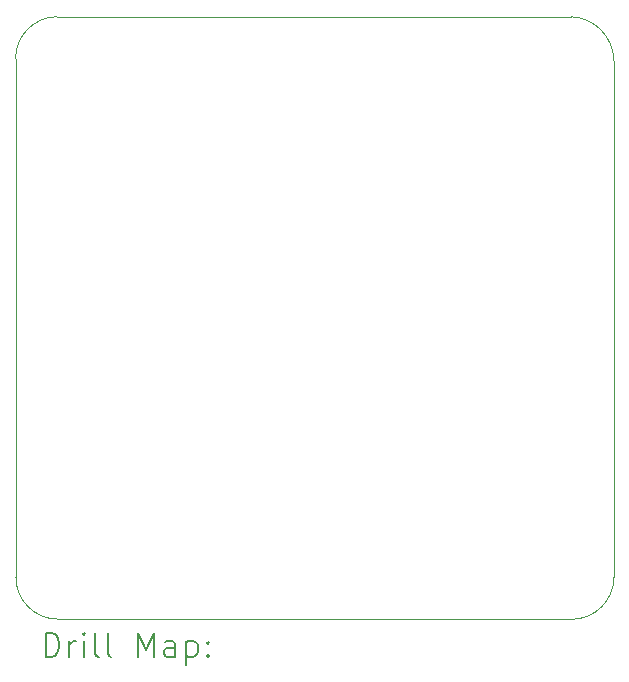
<source format=gbr>
%TF.GenerationSoftware,KiCad,Pcbnew,8.0.7-8.0.7-0~ubuntu22.04.1*%
%TF.CreationDate,2025-01-30T21:49:32+01:00*%
%TF.ProjectId,linefollower_pcb,6c696e65-666f-46c6-9c6f-7765725f7063,rev?*%
%TF.SameCoordinates,Original*%
%TF.FileFunction,Drillmap*%
%TF.FilePolarity,Positive*%
%FSLAX45Y45*%
G04 Gerber Fmt 4.5, Leading zero omitted, Abs format (unit mm)*
G04 Created by KiCad (PCBNEW 8.0.7-8.0.7-0~ubuntu22.04.1) date 2025-01-30 21:49:32*
%MOMM*%
%LPD*%
G01*
G04 APERTURE LIST*
%ADD10C,0.100000*%
%ADD11C,0.200000*%
G04 APERTURE END LIST*
D10*
X11017058Y-12242252D02*
G75*
G02*
X10657058Y-12602258I-360008J3D01*
G01*
X10657058Y-12602252D02*
X6620000Y-12600000D01*
X10652891Y-7500000D02*
G75*
G02*
X11014999Y-7876811I-15001J-376810D01*
G01*
X6614670Y-7500000D02*
X6297170Y-7500000D01*
X5950000Y-7854588D02*
G75*
G02*
X6297170Y-7499999I354670J-2D01*
G01*
X6302500Y-12600000D02*
G75*
G02*
X5952501Y-12245471I4560J354530D01*
G01*
X6614670Y-7500000D02*
X10652891Y-7500000D01*
X6620000Y-12600000D02*
X6302500Y-12600000D01*
X5952500Y-12245471D02*
X5950000Y-7854588D01*
X11015000Y-7876811D02*
X11017058Y-12242252D01*
D11*
X6205777Y-12918736D02*
X6205777Y-12718736D01*
X6205777Y-12718736D02*
X6253396Y-12718736D01*
X6253396Y-12718736D02*
X6281967Y-12728260D01*
X6281967Y-12728260D02*
X6301015Y-12747308D01*
X6301015Y-12747308D02*
X6310539Y-12766355D01*
X6310539Y-12766355D02*
X6320062Y-12804450D01*
X6320062Y-12804450D02*
X6320062Y-12833022D01*
X6320062Y-12833022D02*
X6310539Y-12871117D01*
X6310539Y-12871117D02*
X6301015Y-12890165D01*
X6301015Y-12890165D02*
X6281967Y-12909212D01*
X6281967Y-12909212D02*
X6253396Y-12918736D01*
X6253396Y-12918736D02*
X6205777Y-12918736D01*
X6405777Y-12918736D02*
X6405777Y-12785403D01*
X6405777Y-12823498D02*
X6415301Y-12804450D01*
X6415301Y-12804450D02*
X6424824Y-12794927D01*
X6424824Y-12794927D02*
X6443872Y-12785403D01*
X6443872Y-12785403D02*
X6462920Y-12785403D01*
X6529586Y-12918736D02*
X6529586Y-12785403D01*
X6529586Y-12718736D02*
X6520062Y-12728260D01*
X6520062Y-12728260D02*
X6529586Y-12737784D01*
X6529586Y-12737784D02*
X6539110Y-12728260D01*
X6539110Y-12728260D02*
X6529586Y-12718736D01*
X6529586Y-12718736D02*
X6529586Y-12737784D01*
X6653396Y-12918736D02*
X6634348Y-12909212D01*
X6634348Y-12909212D02*
X6624824Y-12890165D01*
X6624824Y-12890165D02*
X6624824Y-12718736D01*
X6758158Y-12918736D02*
X6739110Y-12909212D01*
X6739110Y-12909212D02*
X6729586Y-12890165D01*
X6729586Y-12890165D02*
X6729586Y-12718736D01*
X6986729Y-12918736D02*
X6986729Y-12718736D01*
X6986729Y-12718736D02*
X7053396Y-12861593D01*
X7053396Y-12861593D02*
X7120062Y-12718736D01*
X7120062Y-12718736D02*
X7120062Y-12918736D01*
X7301015Y-12918736D02*
X7301015Y-12813974D01*
X7301015Y-12813974D02*
X7291491Y-12794927D01*
X7291491Y-12794927D02*
X7272443Y-12785403D01*
X7272443Y-12785403D02*
X7234348Y-12785403D01*
X7234348Y-12785403D02*
X7215301Y-12794927D01*
X7301015Y-12909212D02*
X7281967Y-12918736D01*
X7281967Y-12918736D02*
X7234348Y-12918736D01*
X7234348Y-12918736D02*
X7215301Y-12909212D01*
X7215301Y-12909212D02*
X7205777Y-12890165D01*
X7205777Y-12890165D02*
X7205777Y-12871117D01*
X7205777Y-12871117D02*
X7215301Y-12852070D01*
X7215301Y-12852070D02*
X7234348Y-12842546D01*
X7234348Y-12842546D02*
X7281967Y-12842546D01*
X7281967Y-12842546D02*
X7301015Y-12833022D01*
X7396253Y-12785403D02*
X7396253Y-12985403D01*
X7396253Y-12794927D02*
X7415301Y-12785403D01*
X7415301Y-12785403D02*
X7453396Y-12785403D01*
X7453396Y-12785403D02*
X7472443Y-12794927D01*
X7472443Y-12794927D02*
X7481967Y-12804450D01*
X7481967Y-12804450D02*
X7491491Y-12823498D01*
X7491491Y-12823498D02*
X7491491Y-12880641D01*
X7491491Y-12880641D02*
X7481967Y-12899689D01*
X7481967Y-12899689D02*
X7472443Y-12909212D01*
X7472443Y-12909212D02*
X7453396Y-12918736D01*
X7453396Y-12918736D02*
X7415301Y-12918736D01*
X7415301Y-12918736D02*
X7396253Y-12909212D01*
X7577205Y-12899689D02*
X7586729Y-12909212D01*
X7586729Y-12909212D02*
X7577205Y-12918736D01*
X7577205Y-12918736D02*
X7567682Y-12909212D01*
X7567682Y-12909212D02*
X7577205Y-12899689D01*
X7577205Y-12899689D02*
X7577205Y-12918736D01*
X7577205Y-12794927D02*
X7586729Y-12804450D01*
X7586729Y-12804450D02*
X7577205Y-12813974D01*
X7577205Y-12813974D02*
X7567682Y-12804450D01*
X7567682Y-12804450D02*
X7577205Y-12794927D01*
X7577205Y-12794927D02*
X7577205Y-12813974D01*
M02*

</source>
